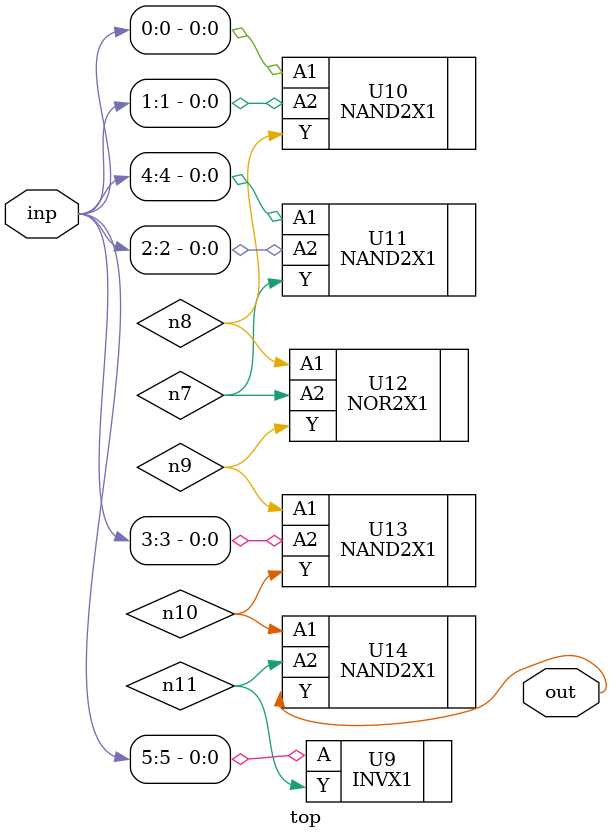
<source format=sv>


module top ( inp, out );
  input [5:0] inp;
  output out;
  wire   n7, n8, n9, n10, n11;

  INVX1 U9 ( .A(inp[5]), .Y(n11) );
  NAND2X1 U10 ( .A1(inp[0]), .A2(inp[1]), .Y(n8) );
  NAND2X1 U11 ( .A1(inp[4]), .A2(inp[2]), .Y(n7) );
  NOR2X1 U12 ( .A1(n8), .A2(n7), .Y(n9) );
  NAND2X1 U13 ( .A1(n9), .A2(inp[3]), .Y(n10) );
  NAND2X1 U14 ( .A1(n10), .A2(n11), .Y(out) );
endmodule


</source>
